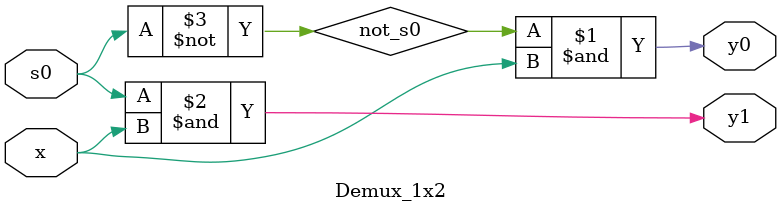
<source format=v>

module Demux_1x2(
    input s0,
    input x,
    output y0,
    output y1
);


wire not_s0;

not NOT1(not_s0,s0);
and AND1(y0,not_s0,x);
and AND2(y1,s0,x);

endmodule
</source>
